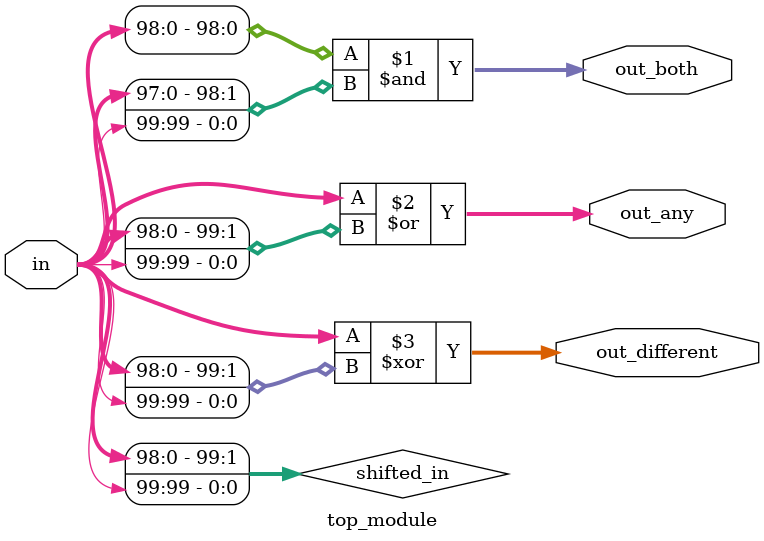
<source format=sv>
module top_module (
    input [99:0] in,
    output [98:0] out_both,
    output [99:0] out_any,
    output [99:0] out_different
);

    // Generate the shifted version of the input signal
    wire [99:0] shifted_in;
    assign shifted_in = {in[98:0], in[99]};
    
    // Generate the out_both signal by performing a bit-wise AND operation between in and shifted_in
    assign out_both = in[98:0] & shifted_in[98:0];
    
    // Generate the out_any signal by performing a bit-wise OR operation between in and shifted_in
    assign out_any = in | shifted_in;
    
    // Generate the out_different signal by performing a bit-wise XOR operation between in and shifted_in
    assign out_different = in ^ shifted_in;

endmodule

</source>
